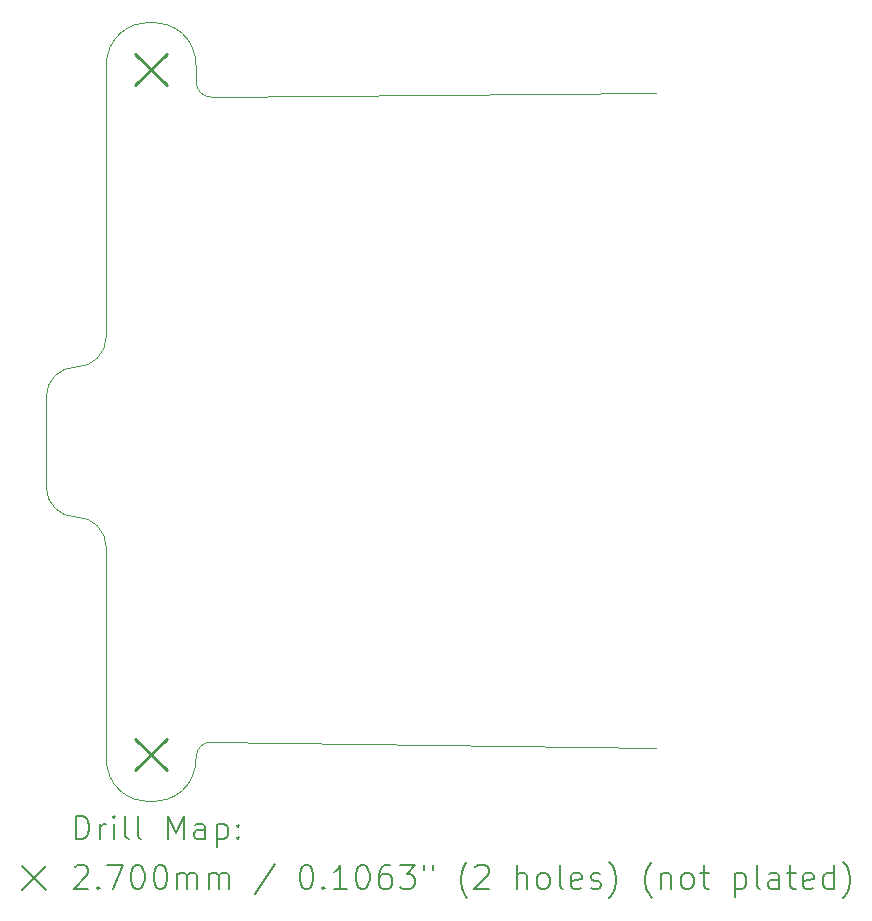
<source format=gbr>
%FSLAX45Y45*%
G04 Gerber Fmt 4.5, Leading zero omitted, Abs format (unit mm)*
G04 Created by KiCad (PCBNEW (6.0.0)) date 2022-01-24 18:05:28*
%MOMM*%
%LPD*%
G01*
G04 APERTURE LIST*
%TA.AperFunction,Profile*%
%ADD10C,0.100000*%
%TD*%
%ADD11C,0.200000*%
%ADD12C,0.270000*%
G04 APERTURE END LIST*
D10*
X20447000Y-6858000D02*
X24217050Y-6824500D01*
X19558000Y-12446000D02*
G75*
G03*
X20320000Y-12446000I381000J0D01*
G01*
X19304000Y-9144000D02*
G75*
G03*
X19558000Y-8890000I0J254000D01*
G01*
X20320000Y-6731000D02*
G75*
G03*
X20447000Y-6858000I127000J0D01*
G01*
X19558000Y-10668000D02*
G75*
G03*
X19304000Y-10414000I-254000J0D01*
G01*
X20320000Y-6604000D02*
G75*
G03*
X19558000Y-6604000I-381000J0D01*
G01*
X19558000Y-12446000D02*
X19558000Y-10668000D01*
X20320000Y-6604000D02*
X20320000Y-6731000D01*
X19304000Y-9144000D02*
G75*
G03*
X19050000Y-9398000I0J-254000D01*
G01*
X20447000Y-12319000D02*
G75*
G03*
X20320000Y-12446000I0J-127000D01*
G01*
X19050000Y-10160000D02*
G75*
G03*
X19304000Y-10414000I254000J0D01*
G01*
X20447000Y-12319000D02*
X24217050Y-12370500D01*
X19558000Y-6604000D02*
X19558000Y-8890000D01*
X19050000Y-9398000D02*
X19050000Y-10160000D01*
D11*
D12*
X19804000Y-6490000D02*
X20074000Y-6760000D01*
X20074000Y-6490000D02*
X19804000Y-6760000D01*
X19804000Y-12289500D02*
X20074000Y-12559500D01*
X20074000Y-12289500D02*
X19804000Y-12559500D01*
D11*
X19302619Y-13142476D02*
X19302619Y-12942476D01*
X19350238Y-12942476D01*
X19378810Y-12952000D01*
X19397857Y-12971048D01*
X19407381Y-12990095D01*
X19416905Y-13028190D01*
X19416905Y-13056762D01*
X19407381Y-13094857D01*
X19397857Y-13113905D01*
X19378810Y-13132952D01*
X19350238Y-13142476D01*
X19302619Y-13142476D01*
X19502619Y-13142476D02*
X19502619Y-13009143D01*
X19502619Y-13047238D02*
X19512143Y-13028190D01*
X19521667Y-13018667D01*
X19540714Y-13009143D01*
X19559762Y-13009143D01*
X19626429Y-13142476D02*
X19626429Y-13009143D01*
X19626429Y-12942476D02*
X19616905Y-12952000D01*
X19626429Y-12961524D01*
X19635952Y-12952000D01*
X19626429Y-12942476D01*
X19626429Y-12961524D01*
X19750238Y-13142476D02*
X19731190Y-13132952D01*
X19721667Y-13113905D01*
X19721667Y-12942476D01*
X19855000Y-13142476D02*
X19835952Y-13132952D01*
X19826429Y-13113905D01*
X19826429Y-12942476D01*
X20083571Y-13142476D02*
X20083571Y-12942476D01*
X20150238Y-13085333D01*
X20216905Y-12942476D01*
X20216905Y-13142476D01*
X20397857Y-13142476D02*
X20397857Y-13037714D01*
X20388333Y-13018667D01*
X20369286Y-13009143D01*
X20331190Y-13009143D01*
X20312143Y-13018667D01*
X20397857Y-13132952D02*
X20378810Y-13142476D01*
X20331190Y-13142476D01*
X20312143Y-13132952D01*
X20302619Y-13113905D01*
X20302619Y-13094857D01*
X20312143Y-13075809D01*
X20331190Y-13066286D01*
X20378810Y-13066286D01*
X20397857Y-13056762D01*
X20493095Y-13009143D02*
X20493095Y-13209143D01*
X20493095Y-13018667D02*
X20512143Y-13009143D01*
X20550238Y-13009143D01*
X20569286Y-13018667D01*
X20578810Y-13028190D01*
X20588333Y-13047238D01*
X20588333Y-13104381D01*
X20578810Y-13123428D01*
X20569286Y-13132952D01*
X20550238Y-13142476D01*
X20512143Y-13142476D01*
X20493095Y-13132952D01*
X20674048Y-13123428D02*
X20683571Y-13132952D01*
X20674048Y-13142476D01*
X20664524Y-13132952D01*
X20674048Y-13123428D01*
X20674048Y-13142476D01*
X20674048Y-13018667D02*
X20683571Y-13028190D01*
X20674048Y-13037714D01*
X20664524Y-13028190D01*
X20674048Y-13018667D01*
X20674048Y-13037714D01*
X18845000Y-13372000D02*
X19045000Y-13572000D01*
X19045000Y-13372000D02*
X18845000Y-13572000D01*
X19293095Y-13381524D02*
X19302619Y-13372000D01*
X19321667Y-13362476D01*
X19369286Y-13362476D01*
X19388333Y-13372000D01*
X19397857Y-13381524D01*
X19407381Y-13400571D01*
X19407381Y-13419619D01*
X19397857Y-13448190D01*
X19283571Y-13562476D01*
X19407381Y-13562476D01*
X19493095Y-13543428D02*
X19502619Y-13552952D01*
X19493095Y-13562476D01*
X19483571Y-13552952D01*
X19493095Y-13543428D01*
X19493095Y-13562476D01*
X19569286Y-13362476D02*
X19702619Y-13362476D01*
X19616905Y-13562476D01*
X19816905Y-13362476D02*
X19835952Y-13362476D01*
X19855000Y-13372000D01*
X19864524Y-13381524D01*
X19874048Y-13400571D01*
X19883571Y-13438667D01*
X19883571Y-13486286D01*
X19874048Y-13524381D01*
X19864524Y-13543428D01*
X19855000Y-13552952D01*
X19835952Y-13562476D01*
X19816905Y-13562476D01*
X19797857Y-13552952D01*
X19788333Y-13543428D01*
X19778810Y-13524381D01*
X19769286Y-13486286D01*
X19769286Y-13438667D01*
X19778810Y-13400571D01*
X19788333Y-13381524D01*
X19797857Y-13372000D01*
X19816905Y-13362476D01*
X20007381Y-13362476D02*
X20026429Y-13362476D01*
X20045476Y-13372000D01*
X20055000Y-13381524D01*
X20064524Y-13400571D01*
X20074048Y-13438667D01*
X20074048Y-13486286D01*
X20064524Y-13524381D01*
X20055000Y-13543428D01*
X20045476Y-13552952D01*
X20026429Y-13562476D01*
X20007381Y-13562476D01*
X19988333Y-13552952D01*
X19978810Y-13543428D01*
X19969286Y-13524381D01*
X19959762Y-13486286D01*
X19959762Y-13438667D01*
X19969286Y-13400571D01*
X19978810Y-13381524D01*
X19988333Y-13372000D01*
X20007381Y-13362476D01*
X20159762Y-13562476D02*
X20159762Y-13429143D01*
X20159762Y-13448190D02*
X20169286Y-13438667D01*
X20188333Y-13429143D01*
X20216905Y-13429143D01*
X20235952Y-13438667D01*
X20245476Y-13457714D01*
X20245476Y-13562476D01*
X20245476Y-13457714D02*
X20255000Y-13438667D01*
X20274048Y-13429143D01*
X20302619Y-13429143D01*
X20321667Y-13438667D01*
X20331190Y-13457714D01*
X20331190Y-13562476D01*
X20426429Y-13562476D02*
X20426429Y-13429143D01*
X20426429Y-13448190D02*
X20435952Y-13438667D01*
X20455000Y-13429143D01*
X20483571Y-13429143D01*
X20502619Y-13438667D01*
X20512143Y-13457714D01*
X20512143Y-13562476D01*
X20512143Y-13457714D02*
X20521667Y-13438667D01*
X20540714Y-13429143D01*
X20569286Y-13429143D01*
X20588333Y-13438667D01*
X20597857Y-13457714D01*
X20597857Y-13562476D01*
X20988333Y-13352952D02*
X20816905Y-13610095D01*
X21245476Y-13362476D02*
X21264524Y-13362476D01*
X21283571Y-13372000D01*
X21293095Y-13381524D01*
X21302619Y-13400571D01*
X21312143Y-13438667D01*
X21312143Y-13486286D01*
X21302619Y-13524381D01*
X21293095Y-13543428D01*
X21283571Y-13552952D01*
X21264524Y-13562476D01*
X21245476Y-13562476D01*
X21226429Y-13552952D01*
X21216905Y-13543428D01*
X21207381Y-13524381D01*
X21197857Y-13486286D01*
X21197857Y-13438667D01*
X21207381Y-13400571D01*
X21216905Y-13381524D01*
X21226429Y-13372000D01*
X21245476Y-13362476D01*
X21397857Y-13543428D02*
X21407381Y-13552952D01*
X21397857Y-13562476D01*
X21388333Y-13552952D01*
X21397857Y-13543428D01*
X21397857Y-13562476D01*
X21597857Y-13562476D02*
X21483571Y-13562476D01*
X21540714Y-13562476D02*
X21540714Y-13362476D01*
X21521667Y-13391048D01*
X21502619Y-13410095D01*
X21483571Y-13419619D01*
X21721667Y-13362476D02*
X21740714Y-13362476D01*
X21759762Y-13372000D01*
X21769286Y-13381524D01*
X21778810Y-13400571D01*
X21788333Y-13438667D01*
X21788333Y-13486286D01*
X21778810Y-13524381D01*
X21769286Y-13543428D01*
X21759762Y-13552952D01*
X21740714Y-13562476D01*
X21721667Y-13562476D01*
X21702619Y-13552952D01*
X21693095Y-13543428D01*
X21683571Y-13524381D01*
X21674048Y-13486286D01*
X21674048Y-13438667D01*
X21683571Y-13400571D01*
X21693095Y-13381524D01*
X21702619Y-13372000D01*
X21721667Y-13362476D01*
X21959762Y-13362476D02*
X21921667Y-13362476D01*
X21902619Y-13372000D01*
X21893095Y-13381524D01*
X21874048Y-13410095D01*
X21864524Y-13448190D01*
X21864524Y-13524381D01*
X21874048Y-13543428D01*
X21883571Y-13552952D01*
X21902619Y-13562476D01*
X21940714Y-13562476D01*
X21959762Y-13552952D01*
X21969286Y-13543428D01*
X21978810Y-13524381D01*
X21978810Y-13476762D01*
X21969286Y-13457714D01*
X21959762Y-13448190D01*
X21940714Y-13438667D01*
X21902619Y-13438667D01*
X21883571Y-13448190D01*
X21874048Y-13457714D01*
X21864524Y-13476762D01*
X22045476Y-13362476D02*
X22169286Y-13362476D01*
X22102619Y-13438667D01*
X22131190Y-13438667D01*
X22150238Y-13448190D01*
X22159762Y-13457714D01*
X22169286Y-13476762D01*
X22169286Y-13524381D01*
X22159762Y-13543428D01*
X22150238Y-13552952D01*
X22131190Y-13562476D01*
X22074048Y-13562476D01*
X22055000Y-13552952D01*
X22045476Y-13543428D01*
X22245476Y-13362476D02*
X22245476Y-13400571D01*
X22321667Y-13362476D02*
X22321667Y-13400571D01*
X22616905Y-13638667D02*
X22607381Y-13629143D01*
X22588333Y-13600571D01*
X22578809Y-13581524D01*
X22569286Y-13552952D01*
X22559762Y-13505333D01*
X22559762Y-13467238D01*
X22569286Y-13419619D01*
X22578809Y-13391048D01*
X22588333Y-13372000D01*
X22607381Y-13343428D01*
X22616905Y-13333905D01*
X22683571Y-13381524D02*
X22693095Y-13372000D01*
X22712143Y-13362476D01*
X22759762Y-13362476D01*
X22778809Y-13372000D01*
X22788333Y-13381524D01*
X22797857Y-13400571D01*
X22797857Y-13419619D01*
X22788333Y-13448190D01*
X22674048Y-13562476D01*
X22797857Y-13562476D01*
X23035952Y-13562476D02*
X23035952Y-13362476D01*
X23121667Y-13562476D02*
X23121667Y-13457714D01*
X23112143Y-13438667D01*
X23093095Y-13429143D01*
X23064524Y-13429143D01*
X23045476Y-13438667D01*
X23035952Y-13448190D01*
X23245476Y-13562476D02*
X23226428Y-13552952D01*
X23216905Y-13543428D01*
X23207381Y-13524381D01*
X23207381Y-13467238D01*
X23216905Y-13448190D01*
X23226428Y-13438667D01*
X23245476Y-13429143D01*
X23274048Y-13429143D01*
X23293095Y-13438667D01*
X23302619Y-13448190D01*
X23312143Y-13467238D01*
X23312143Y-13524381D01*
X23302619Y-13543428D01*
X23293095Y-13552952D01*
X23274048Y-13562476D01*
X23245476Y-13562476D01*
X23426428Y-13562476D02*
X23407381Y-13552952D01*
X23397857Y-13533905D01*
X23397857Y-13362476D01*
X23578809Y-13552952D02*
X23559762Y-13562476D01*
X23521667Y-13562476D01*
X23502619Y-13552952D01*
X23493095Y-13533905D01*
X23493095Y-13457714D01*
X23502619Y-13438667D01*
X23521667Y-13429143D01*
X23559762Y-13429143D01*
X23578809Y-13438667D01*
X23588333Y-13457714D01*
X23588333Y-13476762D01*
X23493095Y-13495809D01*
X23664524Y-13552952D02*
X23683571Y-13562476D01*
X23721667Y-13562476D01*
X23740714Y-13552952D01*
X23750238Y-13533905D01*
X23750238Y-13524381D01*
X23740714Y-13505333D01*
X23721667Y-13495809D01*
X23693095Y-13495809D01*
X23674048Y-13486286D01*
X23664524Y-13467238D01*
X23664524Y-13457714D01*
X23674048Y-13438667D01*
X23693095Y-13429143D01*
X23721667Y-13429143D01*
X23740714Y-13438667D01*
X23816905Y-13638667D02*
X23826428Y-13629143D01*
X23845476Y-13600571D01*
X23855000Y-13581524D01*
X23864524Y-13552952D01*
X23874048Y-13505333D01*
X23874048Y-13467238D01*
X23864524Y-13419619D01*
X23855000Y-13391048D01*
X23845476Y-13372000D01*
X23826428Y-13343428D01*
X23816905Y-13333905D01*
X24178809Y-13638667D02*
X24169286Y-13629143D01*
X24150238Y-13600571D01*
X24140714Y-13581524D01*
X24131190Y-13552952D01*
X24121667Y-13505333D01*
X24121667Y-13467238D01*
X24131190Y-13419619D01*
X24140714Y-13391048D01*
X24150238Y-13372000D01*
X24169286Y-13343428D01*
X24178809Y-13333905D01*
X24255000Y-13429143D02*
X24255000Y-13562476D01*
X24255000Y-13448190D02*
X24264524Y-13438667D01*
X24283571Y-13429143D01*
X24312143Y-13429143D01*
X24331190Y-13438667D01*
X24340714Y-13457714D01*
X24340714Y-13562476D01*
X24464524Y-13562476D02*
X24445476Y-13552952D01*
X24435952Y-13543428D01*
X24426428Y-13524381D01*
X24426428Y-13467238D01*
X24435952Y-13448190D01*
X24445476Y-13438667D01*
X24464524Y-13429143D01*
X24493095Y-13429143D01*
X24512143Y-13438667D01*
X24521667Y-13448190D01*
X24531190Y-13467238D01*
X24531190Y-13524381D01*
X24521667Y-13543428D01*
X24512143Y-13552952D01*
X24493095Y-13562476D01*
X24464524Y-13562476D01*
X24588333Y-13429143D02*
X24664524Y-13429143D01*
X24616905Y-13362476D02*
X24616905Y-13533905D01*
X24626428Y-13552952D01*
X24645476Y-13562476D01*
X24664524Y-13562476D01*
X24883571Y-13429143D02*
X24883571Y-13629143D01*
X24883571Y-13438667D02*
X24902619Y-13429143D01*
X24940714Y-13429143D01*
X24959762Y-13438667D01*
X24969286Y-13448190D01*
X24978809Y-13467238D01*
X24978809Y-13524381D01*
X24969286Y-13543428D01*
X24959762Y-13552952D01*
X24940714Y-13562476D01*
X24902619Y-13562476D01*
X24883571Y-13552952D01*
X25093095Y-13562476D02*
X25074048Y-13552952D01*
X25064524Y-13533905D01*
X25064524Y-13362476D01*
X25255000Y-13562476D02*
X25255000Y-13457714D01*
X25245476Y-13438667D01*
X25226428Y-13429143D01*
X25188333Y-13429143D01*
X25169286Y-13438667D01*
X25255000Y-13552952D02*
X25235952Y-13562476D01*
X25188333Y-13562476D01*
X25169286Y-13552952D01*
X25159762Y-13533905D01*
X25159762Y-13514857D01*
X25169286Y-13495809D01*
X25188333Y-13486286D01*
X25235952Y-13486286D01*
X25255000Y-13476762D01*
X25321667Y-13429143D02*
X25397857Y-13429143D01*
X25350238Y-13362476D02*
X25350238Y-13533905D01*
X25359762Y-13552952D01*
X25378809Y-13562476D01*
X25397857Y-13562476D01*
X25540714Y-13552952D02*
X25521667Y-13562476D01*
X25483571Y-13562476D01*
X25464524Y-13552952D01*
X25455000Y-13533905D01*
X25455000Y-13457714D01*
X25464524Y-13438667D01*
X25483571Y-13429143D01*
X25521667Y-13429143D01*
X25540714Y-13438667D01*
X25550238Y-13457714D01*
X25550238Y-13476762D01*
X25455000Y-13495809D01*
X25721667Y-13562476D02*
X25721667Y-13362476D01*
X25721667Y-13552952D02*
X25702619Y-13562476D01*
X25664524Y-13562476D01*
X25645476Y-13552952D01*
X25635952Y-13543428D01*
X25626428Y-13524381D01*
X25626428Y-13467238D01*
X25635952Y-13448190D01*
X25645476Y-13438667D01*
X25664524Y-13429143D01*
X25702619Y-13429143D01*
X25721667Y-13438667D01*
X25797857Y-13638667D02*
X25807381Y-13629143D01*
X25826428Y-13600571D01*
X25835952Y-13581524D01*
X25845476Y-13552952D01*
X25855000Y-13505333D01*
X25855000Y-13467238D01*
X25845476Y-13419619D01*
X25835952Y-13391048D01*
X25826428Y-13372000D01*
X25807381Y-13343428D01*
X25797857Y-13333905D01*
M02*

</source>
